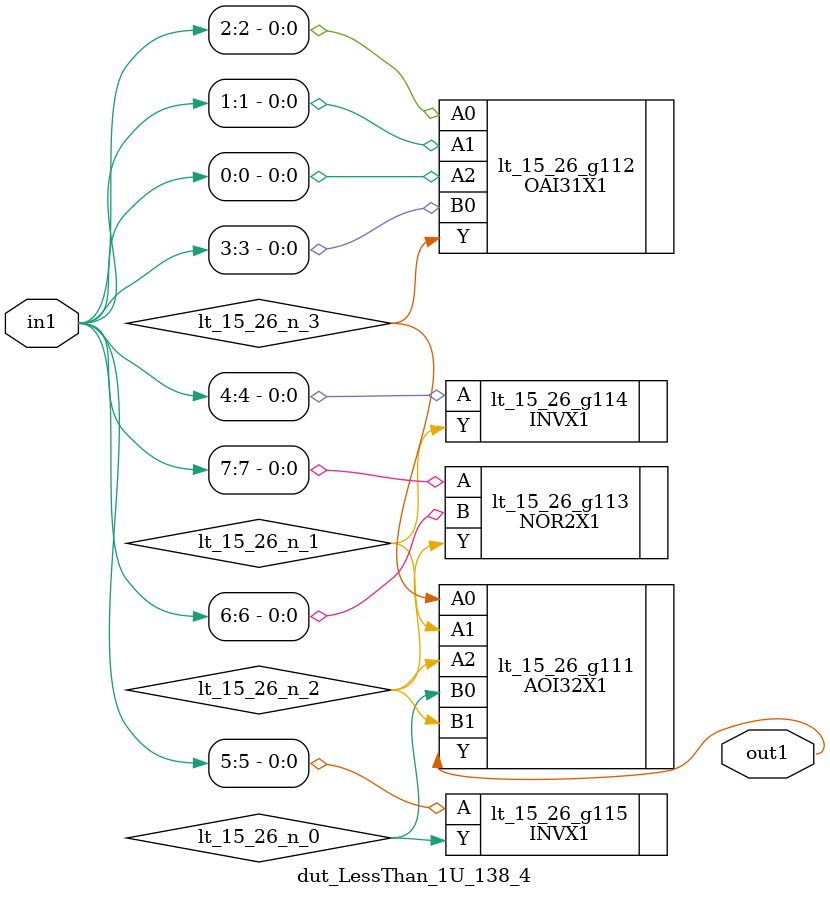
<source format=v>
`timescale 1ps / 1ps


module dut_LessThan_1U_138_4(in1, out1);
  input [7:0] in1;
  output out1;
  wire [7:0] in1;
  wire out1;
  wire lt_15_26_n_0, lt_15_26_n_1, lt_15_26_n_2, lt_15_26_n_3;
  AOI32X1 lt_15_26_g111(.A0 (lt_15_26_n_3), .A1 (lt_15_26_n_1), .A2
       (lt_15_26_n_2), .B0 (lt_15_26_n_0), .B1 (lt_15_26_n_2), .Y
       (out1));
  OAI31X1 lt_15_26_g112(.A0 (in1[2]), .A1 (in1[1]), .A2 (in1[0]), .B0
       (in1[3]), .Y (lt_15_26_n_3));
  NOR2X1 lt_15_26_g113(.A (in1[7]), .B (in1[6]), .Y (lt_15_26_n_2));
  INVX1 lt_15_26_g114(.A (in1[4]), .Y (lt_15_26_n_1));
  INVX1 lt_15_26_g115(.A (in1[5]), .Y (lt_15_26_n_0));
endmodule



</source>
